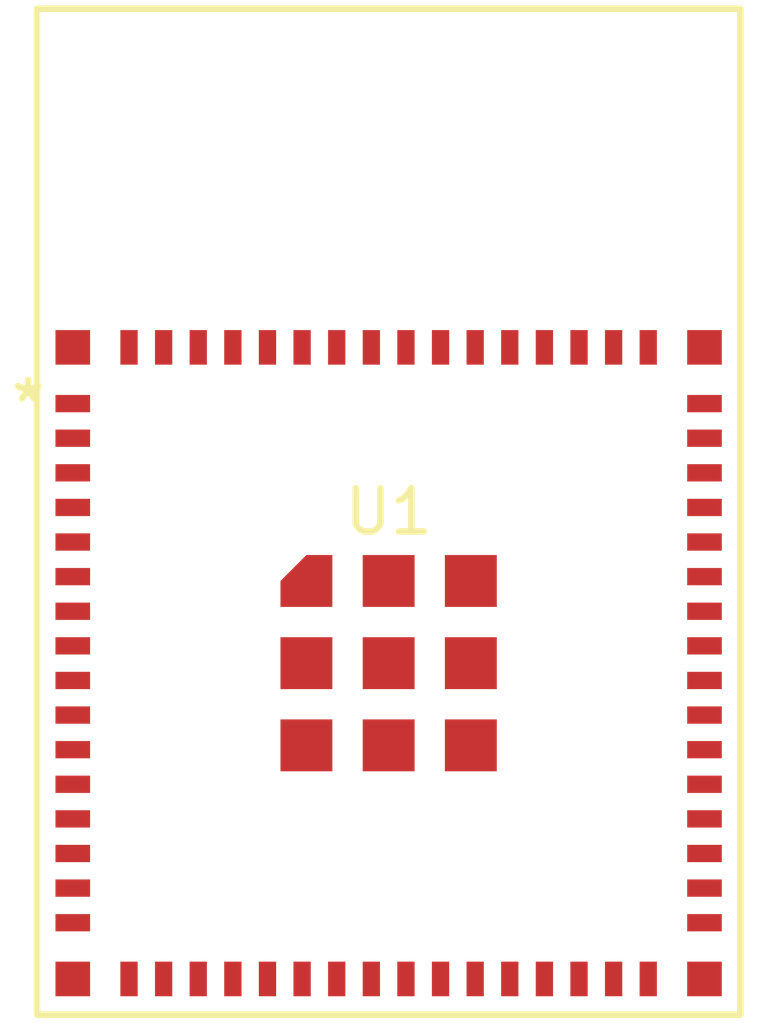
<source format=kicad_pcb>
(kicad_pcb (version 20241229) (generator "pcbnew") (generator_version "9.0")
  (layers (0 "F.Cu" signal) (2 "B.Cu" signal) (13 "F.Paste" user) (15 "B.Paste" user) (5 "F.SilkS" user "F.Silkscreen") (7 "B.SilkS" user "B.Silkscreen") (1 "F.Mask" user) (3 "B.Mask" user) (25 "Edge.Cuts" user))
  (net 0 "")
  (footprint "ESP32:ESP32-PICO-V3-ZERO_EXP" (layer "F.Cu") (at 151.700001 102.699999)
    (property "Reference" "U1" (at 0 0 0) (layer "F.SilkS"))
    (property "Value" "ESP32-PICO-V3-ZERO")
    (fp_poly (pts (xy -1.9 1) (xy -1.3 1) (xy -1.3 2.2) (xy -2.5 2.2) (xy -2.5 1.6)) (fill yes) (layer "F.Cu"))
    (fp_line (start -8.127002 -11.627) (end 8.127002 -11.627) (stroke (width 0.1524)) (layer "F.SilkS"))
    (fp_line (start -8.127002 11.627) (end -8.127002 -11.627) (stroke (width 0.1524)) (layer "F.SilkS"))
    (fp_line (start 8.127002 -11.627) (end 8.127002 11.627) (stroke (width 0.1524)) (layer "F.SilkS"))
    (fp_line (start 8.127002 11.627) (end -8.127002 11.627) (stroke (width 0.1524)) (layer "F.SilkS"))
    (fp_text user "*" (at -8.335001 -2.499999 0) (layer "F.SilkS"))
    (fp_text user "*" (at -8.335001 -2.499999 0) (layer "F.SilkS"))
    (pad "1" smd rect (at -7.300001 -2.499998) (size 0.8 0.4) (layers "F.Cu" "F.Mask" "F.Paste"))
    (pad "2" smd rect (at -7.300001 -1.7) (size 0.8 0.4) (layers "F.Cu" "F.Mask" "F.Paste"))
    (pad "3" smd rect (at -7.300001 -0.899999) (size 0.8 0.4) (layers "F.Cu" "F.Mask" "F.Paste"))
    (pad "4" smd rect (at -7.300001 -0.1) (size 0.8 0.4) (layers "F.Cu" "F.Mask" "F.Paste"))
    (pad "5" smd rect (at -7.300001 0.700001) (size 0.8 0.4) (layers "F.Cu" "F.Mask" "F.Paste"))
    (pad "6" smd rect (at -7.300001 1.499999) (size 0.8 0.4) (layers "F.Cu" "F.Mask" "F.Paste"))
    (pad "7" smd rect (at -7.300001 2.3) (size 0.8 0.4) (layers "F.Cu" "F.Mask" "F.Paste"))
    (pad "8" smd rect (at -7.300001 3.100001) (size 0.8 0.4) (layers "F.Cu" "F.Mask" "F.Paste"))
    (pad "9" smd rect (at -7.300001 3.899999) (size 0.8 0.4) (layers "F.Cu" "F.Mask" "F.Paste"))
    (pad "10" smd rect (at -7.300001 4.7) (size 0.8 0.4) (layers "F.Cu" "F.Mask" "F.Paste"))
    (pad "11" smd rect (at -7.300001 5.499999) (size 0.8 0.4) (layers "F.Cu" "F.Mask" "F.Paste"))
    (pad "12" smd rect (at -7.300001 6.3) (size 0.8 0.4) (layers "F.Cu" "F.Mask" "F.Paste"))
    (pad "13" smd rect (at -7.300001 7.1) (size 0.8 0.4) (layers "F.Cu" "F.Mask" "F.Paste"))
    (pad "14" smd rect (at -7.300001 7.899999) (size 0.8 0.4) (layers "F.Cu" "F.Mask" "F.Paste"))
    (pad "15" smd rect (at -7.300001 8.7) (size 0.8 0.4) (layers "F.Cu" "F.Mask" "F.Paste"))
    (pad "16" smd rect (at -7.300001 9.499998) (size 0.8 0.4) (layers "F.Cu" "F.Mask" "F.Paste"))
    (pad "17" smd rect (at -6.000001 10.800001 90) (size 0.8 0.4) (layers "F.Cu" "F.Mask" "F.Paste"))
    (pad "18" smd rect (at -5.2 10.800001 90) (size 0.8 0.4) (layers "F.Cu" "F.Mask" "F.Paste"))
    (pad "19" smd rect (at -4.399999 10.800001 90) (size 0.8 0.4) (layers "F.Cu" "F.Mask" "F.Paste"))
    (pad "20" smd rect (at -3.6 10.800001 90) (size 0.8 0.4) (layers "F.Cu" "F.Mask" "F.Paste"))
    (pad "21" smd rect (at -2.799999 10.800001 90) (size 0.8 0.4) (layers "F.Cu" "F.Mask" "F.Paste"))
    (pad "22" smd rect (at -2.000001 10.800001 90) (size 0.8 0.4) (layers "F.Cu" "F.Mask" "F.Paste"))
    (pad "23" smd rect (at -1.2 10.800001 90) (size 0.8 0.4) (layers "F.Cu" "F.Mask" "F.Paste"))
    (pad "24" smd rect (at -0.399999 10.800001 90) (size 0.8 0.4) (layers "F.Cu" "F.Mask" "F.Paste"))
    (pad "25" smd rect (at 0.399999 10.800001 90) (size 0.8 0.4) (layers "F.Cu" "F.Mask" "F.Paste"))
    (pad "26" smd rect (at 1.2 10.800001 90) (size 0.8 0.4) (layers "F.Cu" "F.Mask" "F.Paste"))
    (pad "27" smd rect (at 1.999999 10.800001 90) (size 0.8 0.4) (layers "F.Cu" "F.Mask" "F.Paste"))
    (pad "28" smd rect (at 2.799999 10.800001 90) (size 0.8 0.4) (layers "F.Cu" "F.Mask" "F.Paste"))
    (pad "29" smd rect (at 3.6 10.800001 90) (size 0.8 0.4) (layers "F.Cu" "F.Mask" "F.Paste"))
    (pad "30" smd rect (at 4.399999 10.800001 90) (size 0.8 0.4) (layers "F.Cu" "F.Mask" "F.Paste"))
    (pad "31" smd rect (at 5.2 10.800001 90) (size 0.8 0.4) (layers "F.Cu" "F.Mask" "F.Paste"))
    (pad "32" smd rect (at 5.999998 10.800001 90) (size 0.8 0.4) (layers "F.Cu" "F.Mask" "F.Paste"))
    (pad "33" smd rect (at 7.300001 9.499998) (size 0.8 0.4) (layers "F.Cu" "F.Mask" "F.Paste"))
    (pad "34" smd rect (at 7.300001 8.7) (size 0.8 0.4) (layers "F.Cu" "F.Mask" "F.Paste"))
    (pad "35" smd rect (at 7.300001 7.899999) (size 0.8 0.4) (layers "F.Cu" "F.Mask" "F.Paste"))
    (pad "36" smd rect (at 7.300001 7.1) (size 0.8 0.4) (layers "F.Cu" "F.Mask" "F.Paste"))
    (pad "37" smd rect (at 7.300001 6.3) (size 0.8 0.4) (layers "F.Cu" "F.Mask" "F.Paste"))
    (pad "38" smd rect (at 7.300001 5.499999) (size 0.8 0.4) (layers "F.Cu" "F.Mask" "F.Paste"))
    (pad "39" smd rect (at 7.300001 4.7) (size 0.8 0.4) (layers "F.Cu" "F.Mask" "F.Paste"))
    (pad "40" smd rect (at 7.300001 3.899999) (size 0.8 0.4) (layers "F.Cu" "F.Mask" "F.Paste"))
    (pad "41" smd rect (at 7.300001 3.100001) (size 0.8 0.4) (layers "F.Cu" "F.Mask" "F.Paste"))
    (pad "42" smd rect (at 7.300001 2.3) (size 0.8 0.4) (layers "F.Cu" "F.Mask" "F.Paste"))
    (pad "43" smd rect (at 7.300001 1.499999) (size 0.8 0.4) (layers "F.Cu" "F.Mask" "F.Paste"))
    (pad "44" smd rect (at 7.300001 0.700001) (size 0.8 0.4) (layers "F.Cu" "F.Mask" "F.Paste"))
    (pad "45" smd rect (at 7.300001 -0.1) (size 0.8 0.4) (layers "F.Cu" "F.Mask" "F.Paste"))
    (pad "46" smd rect (at 7.300001 -0.899999) (size 0.8 0.4) (layers "F.Cu" "F.Mask" "F.Paste"))
    (pad "47" smd rect (at 7.300001 -1.7) (size 0.8 0.4) (layers "F.Cu" "F.Mask" "F.Paste"))
    (pad "48" smd rect (at 7.300001 -2.499998) (size 0.8 0.4) (layers "F.Cu" "F.Mask" "F.Paste"))
    (pad "49" smd rect (at 6.000001 -3.800001 90) (size 0.8 0.4) (layers "F.Cu" "F.Mask" "F.Paste"))
    (pad "50" smd rect (at 5.2 -3.800001 90) (size 0.8 0.4) (layers "F.Cu" "F.Mask" "F.Paste"))
    (pad "51" smd rect (at 4.399999 -3.800001 90) (size 0.8 0.4) (layers "F.Cu" "F.Mask" "F.Paste"))
    (pad "52" smd rect (at 3.6 -3.800001 90) (size 0.8 0.4) (layers "F.Cu" "F.Mask" "F.Paste"))
    (pad "53" smd rect (at 2.799999 -3.800001 90) (size 0.8 0.4) (layers "F.Cu" "F.Mask" "F.Paste"))
    (pad "54" smd rect (at 2.000001 -3.800001 90) (size 0.8 0.4) (layers "F.Cu" "F.Mask" "F.Paste"))
    (pad "55" smd rect (at 1.2 -3.800001 90) (size 0.8 0.4) (layers "F.Cu" "F.Mask" "F.Paste"))
    (pad "56" smd rect (at 0.399999 -3.800001 90) (size 0.8 0.4) (layers "F.Cu" "F.Mask" "F.Paste"))
    (pad "57" smd rect (at -0.399999 -3.800001 90) (size 0.8 0.4) (layers "F.Cu" "F.Mask" "F.Paste"))
    (pad "58" smd rect (at -1.2 -3.800001 90) (size 0.8 0.4) (layers "F.Cu" "F.Mask" "F.Paste"))
    (pad "59" smd rect (at -1.999999 -3.800001 90) (size 0.8 0.4) (layers "F.Cu" "F.Mask" "F.Paste"))
    (pad "60" smd rect (at -2.799999 -3.800001 90) (size 0.8 0.4) (layers "F.Cu" "F.Mask" "F.Paste"))
    (pad "61" smd rect (at -3.6 -3.800001 90) (size 0.8 0.4) (layers "F.Cu" "F.Mask" "F.Paste"))
    (pad "62" smd rect (at -4.399999 -3.800001 90) (size 0.8 0.4) (layers "F.Cu" "F.Mask" "F.Paste"))
    (pad "63" smd rect (at -5.2 -3.800001 90) (size 0.8 0.4) (layers "F.Cu" "F.Mask" "F.Paste"))
    (pad "64" smd rect (at -5.999998 -3.800001 90) (size 0.8 0.4) (layers "F.Cu" "F.Mask" "F.Paste"))
    (pad "65" smd rect (at -7.299999 -3.800001 90) (size 0.8 0.8) (layers "F.Cu" "F.Mask" "F.Paste"))
    (pad "66" smd rect (at -7.299999 10.800001 90) (size 0.8 0.8) (layers "F.Cu" "F.Mask" "F.Paste"))
    (pad "67" smd rect (at 7.299999 10.800001 90) (size 0.8 0.8) (layers "F.Cu" "F.Mask" "F.Paste"))
    (pad "68" smd rect (at 7.299999 -3.800001 90) (size 0.8 0.8) (layers "F.Cu" "F.Mask" "F.Paste"))
    (pad "69" smd rect (at -1.9 1.6) (size 0.127 0.127) (layers "F.Cu" "F.Mask" "F.Paste"))
    (pad "70" smd rect (at 0 1.6) (size 1.2 1.2) (layers "F.Cu" "F.Mask" "F.Paste"))
    (pad "71" smd rect (at 1.9 1.6) (size 1.2 1.2) (layers "F.Cu" "F.Mask" "F.Paste"))
    (pad "72" smd rect (at -1.9 3.5) (size 1.2 1.2) (layers "F.Cu" "F.Mask" "F.Paste"))
    (pad "73" smd rect (at 0 3.5) (size 1.2 1.2) (layers "F.Cu" "F.Mask" "F.Paste"))
    (pad "74" smd rect (at 1.9 3.5) (size 1.2 1.2) (layers "F.Cu" "F.Mask" "F.Paste"))
    (pad "75" smd rect (at -1.9 5.4) (size 1.2 1.2) (layers "F.Cu" "F.Mask" "F.Paste"))
    (pad "76" smd rect (at 0 5.4) (size 1.2 1.2) (layers "F.Cu" "F.Mask" "F.Paste"))
    (pad "77" smd rect (at 1.9 5.4) (size 1.2 1.2) (layers "F.Cu" "F.Mask" "F.Paste"))
  )
)
</source>
